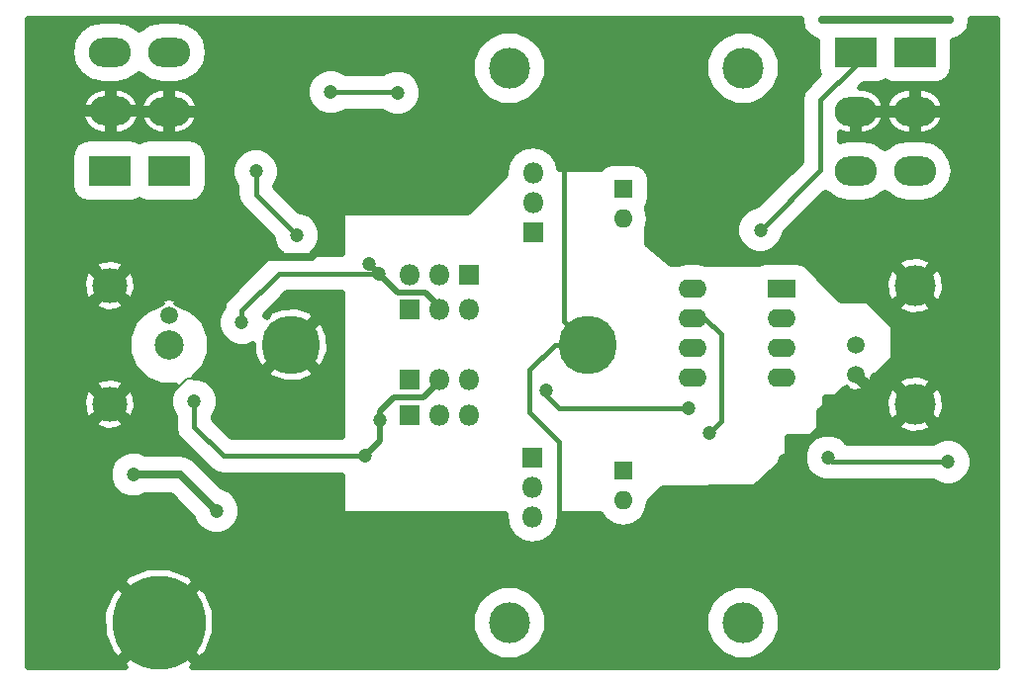
<source format=gbl>
G04 #@! TF.FileFunction,Copper,L4,Bot,Signal*
%FSLAX46Y46*%
G04 Gerber Fmt 4.6, Leading zero omitted, Abs format (unit mm)*
G04 Created by KiCad (PCBNEW 4.0.2-stable) date 29/12/2017 06:51:54*
%MOMM*%
G01*
G04 APERTURE LIST*
%ADD10C,0.100000*%
%ADD11C,5.000000*%
%ADD12C,2.500000*%
%ADD13C,1.500000*%
%ADD14C,3.000000*%
%ADD15R,2.400000X1.600000*%
%ADD16O,2.400000X1.600000*%
%ADD17C,3.500000*%
%ADD18O,3.600000X2.500000*%
%ADD19R,3.600000X2.500000*%
%ADD20R,1.800000X1.800000*%
%ADD21O,1.800000X1.800000*%
%ADD22C,8.000000*%
%ADD23R,1.600000X1.600000*%
%ADD24O,1.600000X1.600000*%
%ADD25C,1.200000*%
%ADD26C,0.700000*%
%ADD27C,0.400000*%
%ADD28C,0.180000*%
%ADD29C,0.500000*%
G04 APERTURE END LIST*
D10*
D11*
X126502000Y-92316000D03*
X151902000Y-92316000D03*
D12*
X116082000Y-92316000D03*
D13*
X116082000Y-89776000D03*
D14*
X111002000Y-87236000D03*
X111002000Y-97396000D03*
D15*
X168465500Y-87503000D03*
D16*
X160845500Y-95123000D03*
X168465500Y-90043000D03*
X160845500Y-92583000D03*
X168465500Y-92583000D03*
X160845500Y-90043000D03*
X168465500Y-95123000D03*
X160845500Y-87503000D03*
D13*
X174822000Y-92329000D03*
X174822000Y-94869000D03*
D17*
X179902000Y-97409000D03*
X179902000Y-87249000D03*
D18*
X179895500Y-77406500D03*
X179895500Y-72326500D03*
D19*
X179895500Y-67246500D03*
X174815500Y-67246500D03*
D18*
X174815500Y-72326500D03*
X174815500Y-77406500D03*
X110998000Y-67246000D03*
X111098000Y-72290000D03*
D19*
X110998000Y-77406000D03*
X116078000Y-77406000D03*
D18*
X116078000Y-72326000D03*
X116078000Y-67246000D03*
D20*
X136662000Y-89316000D03*
D21*
X139202000Y-89316000D03*
X141742000Y-89316000D03*
D20*
X136662000Y-95316000D03*
D21*
X139202000Y-95316000D03*
X141742000Y-95316000D03*
D22*
X115202000Y-116116000D03*
D17*
X165202000Y-68616000D03*
X145202000Y-68616000D03*
X165202000Y-116116000D03*
X145202000Y-116116000D03*
D20*
X141757400Y-86316000D03*
D21*
X139217400Y-86316000D03*
X136677400Y-86316000D03*
D20*
X136662000Y-98316000D03*
D21*
X139202000Y-98316000D03*
X141742000Y-98316000D03*
D20*
X147202000Y-82677000D03*
D21*
X147202000Y-80137000D03*
X147202000Y-77597000D03*
D20*
X147193000Y-101981000D03*
D21*
X147193000Y-104521000D03*
X147193000Y-107061000D03*
D23*
X154940000Y-78994000D03*
D24*
X154940000Y-81534000D03*
D23*
X154940000Y-103124000D03*
D24*
X154940000Y-105664000D03*
D25*
X158623000Y-84582000D03*
X126502000Y-99431000D03*
X132016500Y-79819500D03*
X129667000Y-81280000D03*
X135255000Y-77533500D03*
X127000000Y-77406500D03*
X130492500Y-67310000D03*
X132270500Y-74295000D03*
X169354500Y-83947000D03*
X163766500Y-83947000D03*
X173545500Y-87122000D03*
X172656500Y-98425000D03*
X168783000Y-102235000D03*
X164211000Y-104902000D03*
X154051000Y-110109000D03*
X135001000Y-107315000D03*
X132397500Y-109220000D03*
X129381250Y-105314750D03*
X129921000Y-70675500D03*
X135636000Y-70739000D03*
X127000000Y-82931000D03*
X123507500Y-77470000D03*
X113030000Y-103441500D03*
X120142000Y-106553000D03*
X148336000Y-96266000D03*
X160528000Y-97790000D03*
X172466000Y-101981000D03*
X182753000Y-102362000D03*
X162306000Y-99885500D03*
X166687500Y-82486500D03*
X122301000Y-90424000D03*
X133223000Y-85407500D03*
X134048500Y-86233000D03*
X118237000Y-97155000D03*
X132842000Y-101854000D03*
X134112000Y-98742500D03*
D26*
X171958000Y-64516000D02*
X182880000Y-64516000D01*
X111002000Y-87236000D02*
X111002000Y-87118000D01*
X111002000Y-87118000D02*
X113284000Y-84836000D01*
X128270000Y-84836000D02*
X129032000Y-84074000D01*
X113284000Y-84836000D02*
X128270000Y-84836000D01*
D27*
X152273000Y-77152500D02*
X150177500Y-77152500D01*
X150177500Y-77152500D02*
X149860000Y-77470000D01*
X149860000Y-77470000D02*
X149860000Y-90274000D01*
X149860000Y-90274000D02*
X151902000Y-92316000D01*
D28*
X113284000Y-95758000D02*
X112640000Y-95758000D01*
X112640000Y-95758000D02*
X111002000Y-97396000D01*
X114668000Y-97142000D02*
X113284000Y-95758000D01*
X114808000Y-97536000D02*
X114668000Y-97396000D01*
X114668000Y-97396000D02*
X114668000Y-97142000D01*
X115316000Y-97536000D02*
X114808000Y-97536000D01*
X117602000Y-95250000D02*
X115316000Y-97536000D01*
X123568000Y-95250000D02*
X117602000Y-95250000D01*
X126502000Y-92316000D02*
X123568000Y-95250000D01*
D26*
X126502000Y-99431000D02*
X126492000Y-99441000D01*
D27*
X129381250Y-105314750D02*
X129413000Y-105346500D01*
X151902000Y-92316000D02*
X149111000Y-92316000D01*
X149479000Y-100647500D02*
X149479000Y-106743500D01*
X146939000Y-98107500D02*
X149479000Y-100647500D01*
X146939000Y-94488000D02*
X146939000Y-98107500D01*
X149111000Y-92316000D02*
X146939000Y-94488000D01*
X135572500Y-70675500D02*
X129921000Y-70675500D01*
X135636000Y-70739000D02*
X135572500Y-70675500D01*
X127000000Y-82931000D02*
X123507500Y-79438500D01*
X123507500Y-79438500D02*
X123507500Y-77470000D01*
D26*
X117030500Y-103441500D02*
X113030000Y-103441500D01*
X120142000Y-106553000D02*
X117030500Y-103441500D01*
D27*
X153733500Y-97790000D02*
X149479000Y-97790000D01*
X149479000Y-97790000D02*
X148336000Y-96647000D01*
X148336000Y-96647000D02*
X148336000Y-96266000D01*
X160528000Y-97790000D02*
X153733500Y-97790000D01*
X172466000Y-101981000D02*
X172847000Y-102362000D01*
X172847000Y-102362000D02*
X182753000Y-102362000D01*
X162306000Y-99885500D02*
X163322000Y-98869500D01*
X163322000Y-98869500D02*
X163322000Y-91440000D01*
X163322000Y-91440000D02*
X161925000Y-90043000D01*
X161925000Y-90043000D02*
X160845500Y-90043000D01*
X174815500Y-67246500D02*
X174815500Y-68389500D01*
X174815500Y-68389500D02*
X171831000Y-71374000D01*
X171831000Y-77343000D02*
X166687500Y-82486500D01*
X171831000Y-71374000D02*
X171831000Y-77343000D01*
X122301000Y-90424000D02*
X122301000Y-89408000D01*
X125476000Y-86233000D02*
X134048500Y-86233000D01*
X122301000Y-89408000D02*
X125476000Y-86233000D01*
D29*
X134048500Y-86233000D02*
X133223000Y-85407500D01*
X139202000Y-89316000D02*
X139202000Y-89037000D01*
X139202000Y-89037000D02*
X137985500Y-87820500D01*
X135636000Y-87820500D02*
X134048500Y-86233000D01*
X137985500Y-87820500D02*
X135636000Y-87820500D01*
D27*
X118237000Y-97155000D02*
X118237000Y-99377500D01*
X120713500Y-101854000D02*
X132842000Y-101854000D01*
X118237000Y-99377500D02*
X120713500Y-101854000D01*
D29*
X134112000Y-98742500D02*
X134112000Y-100584000D01*
X134112000Y-100584000D02*
X132842000Y-101854000D01*
X139202000Y-95316000D02*
X139202000Y-95494000D01*
X139202000Y-95494000D02*
X137858500Y-96837500D01*
X134112000Y-98044000D02*
X134112000Y-98742500D01*
X135318500Y-96837500D02*
X134112000Y-98044000D01*
X137858500Y-96837500D02*
X135318500Y-96837500D01*
G36*
X170158000Y-64516000D02*
X170295017Y-65204830D01*
X170685208Y-65788792D01*
X171269170Y-66178983D01*
X171537093Y-66232276D01*
X171537093Y-68496500D01*
X171638200Y-69033838D01*
X171716315Y-69155233D01*
X170664274Y-70207274D01*
X170306599Y-70742572D01*
X170181000Y-71374000D01*
X170181000Y-76659547D01*
X166404296Y-80436252D01*
X166281519Y-80436145D01*
X165527785Y-80747581D01*
X164950608Y-81323752D01*
X164637857Y-82076941D01*
X164637145Y-82892481D01*
X164948581Y-83646215D01*
X165524752Y-84223392D01*
X166277941Y-84536143D01*
X167093481Y-84536855D01*
X167847215Y-84225419D01*
X168424392Y-83649248D01*
X168737143Y-82896059D01*
X168737253Y-82770199D01*
X172252236Y-79255217D01*
X172292641Y-79315688D01*
X173168584Y-79900975D01*
X174201829Y-80106500D01*
X175429171Y-80106500D01*
X176462416Y-79900975D01*
X177338359Y-79315688D01*
X177355500Y-79290035D01*
X177372641Y-79315688D01*
X178248584Y-79900975D01*
X179281829Y-80106500D01*
X180509171Y-80106500D01*
X181542416Y-79900975D01*
X182418359Y-79315688D01*
X183003646Y-78439745D01*
X183209171Y-77406500D01*
X183003646Y-76373255D01*
X182418359Y-75497312D01*
X181542416Y-74912025D01*
X180509171Y-74706500D01*
X179281829Y-74706500D01*
X178248584Y-74912025D01*
X177372641Y-75497312D01*
X177355500Y-75522965D01*
X177338359Y-75497312D01*
X176462416Y-74912025D01*
X175429171Y-74706500D01*
X174201829Y-74706500D01*
X173481000Y-74849882D01*
X173481000Y-74148954D01*
X174015500Y-74326500D01*
X174565500Y-74326500D01*
X174565500Y-72576500D01*
X175065500Y-72576500D01*
X175065500Y-74326500D01*
X175615500Y-74326500D01*
X176361837Y-74078588D01*
X176956490Y-73563937D01*
X177286274Y-72883837D01*
X177424726Y-72883837D01*
X177754510Y-73563937D01*
X178349163Y-74078588D01*
X179095500Y-74326500D01*
X179645500Y-74326500D01*
X179645500Y-72576500D01*
X180145500Y-72576500D01*
X180145500Y-74326500D01*
X180695500Y-74326500D01*
X181441837Y-74078588D01*
X182036490Y-73563937D01*
X182366274Y-72883837D01*
X182240676Y-72576500D01*
X180145500Y-72576500D01*
X179645500Y-72576500D01*
X177550324Y-72576500D01*
X177424726Y-72883837D01*
X177286274Y-72883837D01*
X177160676Y-72576500D01*
X175065500Y-72576500D01*
X174565500Y-72576500D01*
X174545500Y-72576500D01*
X174545500Y-72076500D01*
X174565500Y-72076500D01*
X174565500Y-72056500D01*
X175065500Y-72056500D01*
X175065500Y-72076500D01*
X177160676Y-72076500D01*
X177286274Y-71769163D01*
X177424726Y-71769163D01*
X177550324Y-72076500D01*
X179645500Y-72076500D01*
X179645500Y-70326500D01*
X180145500Y-70326500D01*
X180145500Y-72076500D01*
X182240676Y-72076500D01*
X182366274Y-71769163D01*
X182036490Y-71089063D01*
X181441837Y-70574412D01*
X180695500Y-70326500D01*
X180145500Y-70326500D01*
X179645500Y-70326500D01*
X179095500Y-70326500D01*
X178349163Y-70574412D01*
X177754510Y-71089063D01*
X177424726Y-71769163D01*
X177286274Y-71769163D01*
X176956490Y-71089063D01*
X176361837Y-70574412D01*
X175615500Y-70326500D01*
X175211952Y-70326500D01*
X175563545Y-69974907D01*
X176615500Y-69974907D01*
X177152838Y-69873800D01*
X177353673Y-69744566D01*
X177520317Y-69858429D01*
X178095500Y-69974907D01*
X181695500Y-69974907D01*
X182232838Y-69873800D01*
X182726350Y-69556234D01*
X183057429Y-69071683D01*
X183173907Y-68496500D01*
X183173907Y-66257538D01*
X183568830Y-66178983D01*
X184152792Y-65788792D01*
X184542983Y-65204830D01*
X184680000Y-64516000D01*
X184653942Y-64385000D01*
X186948000Y-64385000D01*
X186948000Y-119892000D01*
X118066438Y-119892000D01*
X118312450Y-119580004D01*
X115202000Y-116469553D01*
X112091550Y-119580004D01*
X112337562Y-119892000D01*
X103945500Y-119892000D01*
X103945500Y-115230010D01*
X110440673Y-115230010D01*
X110464054Y-117119533D01*
X111142161Y-118756629D01*
X111737996Y-119226450D01*
X114848447Y-116116000D01*
X115555553Y-116116000D01*
X118666004Y-119226450D01*
X119261839Y-118756629D01*
X119963327Y-117001990D01*
X119960206Y-116749727D01*
X142001445Y-116749727D01*
X142487590Y-117926286D01*
X143386979Y-118827246D01*
X144562688Y-119315444D01*
X145835727Y-119316555D01*
X147012286Y-118830410D01*
X147913246Y-117931021D01*
X148401444Y-116755312D01*
X148401448Y-116749727D01*
X162001445Y-116749727D01*
X162487590Y-117926286D01*
X163386979Y-118827246D01*
X164562688Y-119315444D01*
X165835727Y-119316555D01*
X167012286Y-118830410D01*
X167913246Y-117931021D01*
X168401444Y-116755312D01*
X168402555Y-115482273D01*
X167916410Y-114305714D01*
X167017021Y-113404754D01*
X165841312Y-112916556D01*
X164568273Y-112915445D01*
X163391714Y-113401590D01*
X162490754Y-114300979D01*
X162002556Y-115476688D01*
X162001445Y-116749727D01*
X148401448Y-116749727D01*
X148402555Y-115482273D01*
X147916410Y-114305714D01*
X147017021Y-113404754D01*
X145841312Y-112916556D01*
X144568273Y-112915445D01*
X143391714Y-113401590D01*
X142490754Y-114300979D01*
X142002556Y-115476688D01*
X142001445Y-116749727D01*
X119960206Y-116749727D01*
X119939946Y-115112467D01*
X119261839Y-113475371D01*
X118666004Y-113005550D01*
X115555553Y-116116000D01*
X114848447Y-116116000D01*
X111737996Y-113005550D01*
X111142161Y-113475371D01*
X110440673Y-115230010D01*
X103945500Y-115230010D01*
X103945500Y-112651996D01*
X112091550Y-112651996D01*
X115202000Y-115762447D01*
X118312450Y-112651996D01*
X117842629Y-112056161D01*
X116087990Y-111354673D01*
X114198467Y-111378054D01*
X112561371Y-112056161D01*
X112091550Y-112651996D01*
X103945500Y-112651996D01*
X103945500Y-103847481D01*
X110979645Y-103847481D01*
X111291081Y-104601215D01*
X111867252Y-105178392D01*
X112620441Y-105491143D01*
X113435981Y-105491855D01*
X114041887Y-105241500D01*
X116284916Y-105241500D01*
X118154488Y-107111073D01*
X118403081Y-107712715D01*
X118979252Y-108289892D01*
X119732441Y-108602643D01*
X120547981Y-108603355D01*
X121301715Y-108291919D01*
X121878892Y-107715748D01*
X122191643Y-106962559D01*
X122192355Y-106147019D01*
X121880919Y-105393285D01*
X121304748Y-104816108D01*
X120699281Y-104564697D01*
X118303292Y-102168708D01*
X117719330Y-101778517D01*
X117030500Y-101641500D01*
X114040767Y-101641500D01*
X113439559Y-101391857D01*
X112624019Y-101391145D01*
X111870285Y-101702581D01*
X111293108Y-102278752D01*
X110980357Y-103031941D01*
X110979645Y-103847481D01*
X103945500Y-103847481D01*
X103945500Y-99051827D01*
X109699726Y-99051827D01*
X109863859Y-99387843D01*
X110712740Y-99671771D01*
X111605658Y-99609234D01*
X112140141Y-99387843D01*
X112304274Y-99051827D01*
X111002000Y-97749553D01*
X109699726Y-99051827D01*
X103945500Y-99051827D01*
X103945500Y-97106740D01*
X108726229Y-97106740D01*
X108788766Y-97999658D01*
X109010157Y-98534141D01*
X109346173Y-98698274D01*
X110648447Y-97396000D01*
X111355553Y-97396000D01*
X112657827Y-98698274D01*
X112993843Y-98534141D01*
X113277771Y-97685260D01*
X113215234Y-96792342D01*
X112993843Y-96257859D01*
X112657827Y-96093726D01*
X111355553Y-97396000D01*
X110648447Y-97396000D01*
X109346173Y-96093726D01*
X109010157Y-96257859D01*
X108726229Y-97106740D01*
X103945500Y-97106740D01*
X103945500Y-95740173D01*
X109699726Y-95740173D01*
X111002000Y-97042447D01*
X112304274Y-95740173D01*
X112140141Y-95404157D01*
X111291260Y-95120229D01*
X110398342Y-95182766D01*
X109863859Y-95404157D01*
X109699726Y-95740173D01*
X103945500Y-95740173D01*
X103945500Y-93009139D01*
X112581394Y-93009139D01*
X113113114Y-94296001D01*
X114096821Y-95281425D01*
X115382753Y-95815391D01*
X116676147Y-95816520D01*
X116500108Y-95992252D01*
X116187357Y-96745441D01*
X116186645Y-97560981D01*
X116498081Y-98314715D01*
X116587000Y-98403789D01*
X116587000Y-99377500D01*
X116712599Y-100008928D01*
X117026953Y-100479392D01*
X117070274Y-100544226D01*
X119546774Y-103020726D01*
X120082072Y-103378401D01*
X120713500Y-103504000D01*
X130941000Y-103504000D01*
X130941000Y-106553000D01*
X130960696Y-106650264D01*
X131016682Y-106732202D01*
X131100136Y-106785903D01*
X131191000Y-106803000D01*
X144885162Y-106803000D01*
X144843000Y-107014961D01*
X144843000Y-107107039D01*
X145021883Y-108006345D01*
X145531299Y-108768740D01*
X146293694Y-109278156D01*
X147193000Y-109457039D01*
X148092306Y-109278156D01*
X148854701Y-108768740D01*
X149364117Y-108006345D01*
X149543000Y-107107039D01*
X149543000Y-107014961D01*
X149500838Y-106803000D01*
X153017546Y-106803000D01*
X153349010Y-107299070D01*
X154078962Y-107786809D01*
X154940000Y-107958080D01*
X155801038Y-107786809D01*
X156530990Y-107299070D01*
X157018729Y-106569118D01*
X157167287Y-105822267D01*
X158347219Y-104642335D01*
X166120032Y-104516967D01*
X166216965Y-104495705D01*
X166288414Y-104448034D01*
X168452519Y-102386981D01*
X170415645Y-102386981D01*
X170727081Y-103140715D01*
X171303252Y-103717892D01*
X172056441Y-104030643D01*
X172871981Y-104031355D01*
X172918824Y-104012000D01*
X181503511Y-104012000D01*
X181590252Y-104098892D01*
X182343441Y-104411643D01*
X183158981Y-104412355D01*
X183912715Y-104100919D01*
X184489892Y-103524748D01*
X184802643Y-102771559D01*
X184803355Y-101956019D01*
X184491919Y-101202285D01*
X183915748Y-100625108D01*
X183162559Y-100312357D01*
X182347019Y-100311645D01*
X181593285Y-100623081D01*
X181504211Y-100712000D01*
X174095824Y-100712000D01*
X173628748Y-100244108D01*
X172875559Y-99931357D01*
X172060019Y-99930645D01*
X171306285Y-100242081D01*
X170729108Y-100818252D01*
X170416357Y-101571441D01*
X170415645Y-102386981D01*
X168452519Y-102386981D01*
X168955414Y-101908034D01*
X169012263Y-101826693D01*
X169033000Y-101727000D01*
X169033000Y-100199000D01*
X170942000Y-100199000D01*
X171039264Y-100179304D01*
X171118777Y-100125777D01*
X171626777Y-99617777D01*
X171681625Y-99535073D01*
X171700000Y-99441000D01*
X171700000Y-99246210D01*
X178418344Y-99246210D01*
X178613226Y-99608171D01*
X179552914Y-99933962D01*
X180545748Y-99875351D01*
X181190774Y-99608171D01*
X181385656Y-99246210D01*
X179902000Y-97762553D01*
X178418344Y-99246210D01*
X171700000Y-99246210D01*
X171700000Y-98030442D01*
X172122626Y-97660644D01*
X172182855Y-97581772D01*
X172208000Y-97472500D01*
X172208000Y-97059914D01*
X177377038Y-97059914D01*
X177435649Y-98052748D01*
X177702829Y-98697774D01*
X178064790Y-98892656D01*
X179548447Y-97409000D01*
X180255553Y-97409000D01*
X181739210Y-98892656D01*
X182101171Y-98697774D01*
X182426962Y-97758086D01*
X182368351Y-96765252D01*
X182101171Y-96120226D01*
X181739210Y-95925344D01*
X180255553Y-97409000D01*
X179548447Y-97409000D01*
X178064790Y-95925344D01*
X177702829Y-96120226D01*
X177377038Y-97059914D01*
X172208000Y-97059914D01*
X172208000Y-96833500D01*
X173037500Y-96833500D01*
X173134764Y-96813804D01*
X173214277Y-96760277D01*
X173885801Y-96088754D01*
X173920802Y-96123755D01*
X174066533Y-95978024D01*
X174137395Y-96236604D01*
X174712867Y-96394488D01*
X175304953Y-96320131D01*
X175506605Y-96236604D01*
X175577468Y-95978021D01*
X174928541Y-95329094D01*
X175416119Y-95329519D01*
X175571762Y-95265209D01*
X175931021Y-95624468D01*
X176123245Y-95571790D01*
X178418344Y-95571790D01*
X179902000Y-97055447D01*
X181385656Y-95571790D01*
X181190774Y-95209829D01*
X180251086Y-94884038D01*
X179258252Y-94942649D01*
X178613226Y-95209829D01*
X178418344Y-95571790D01*
X176123245Y-95571790D01*
X176189604Y-95553605D01*
X176343684Y-94992000D01*
X176466500Y-94992000D01*
X176563764Y-94972304D01*
X176643277Y-94918777D01*
X177976777Y-93585277D01*
X178031625Y-93502573D01*
X178050000Y-93408500D01*
X178050000Y-90805000D01*
X178030304Y-90707736D01*
X177976777Y-90628223D01*
X176434764Y-89086210D01*
X178418344Y-89086210D01*
X178613226Y-89448171D01*
X179552914Y-89773962D01*
X180545748Y-89715351D01*
X181190774Y-89448171D01*
X181385656Y-89086210D01*
X179902000Y-87602553D01*
X178418344Y-89086210D01*
X176434764Y-89086210D01*
X175944777Y-88596223D01*
X175862073Y-88541375D01*
X175768000Y-88523000D01*
X173585554Y-88523000D01*
X172390310Y-87327756D01*
X171977222Y-86899914D01*
X177377038Y-86899914D01*
X177435649Y-87892748D01*
X177702829Y-88537774D01*
X178064790Y-88732656D01*
X179548447Y-87249000D01*
X180255553Y-87249000D01*
X181739210Y-88732656D01*
X182101171Y-88537774D01*
X182426962Y-87598086D01*
X182368351Y-86605252D01*
X182101171Y-85960226D01*
X181739210Y-85765344D01*
X180255553Y-87249000D01*
X179548447Y-87249000D01*
X178064790Y-85765344D01*
X177702829Y-85960226D01*
X177377038Y-86899914D01*
X171977222Y-86899914D01*
X170613850Y-85487851D01*
X170532122Y-85431561D01*
X170435419Y-85411790D01*
X178418344Y-85411790D01*
X179902000Y-86895447D01*
X181385656Y-85411790D01*
X181190774Y-85049829D01*
X180251086Y-84724038D01*
X179258252Y-84782649D01*
X178613226Y-85049829D01*
X178418344Y-85411790D01*
X170435419Y-85411790D01*
X170434000Y-85411500D01*
X170343759Y-85411500D01*
X170240683Y-85341071D01*
X169665500Y-85224593D01*
X167265500Y-85224593D01*
X166728162Y-85325700D01*
X166594825Y-85411500D01*
X162094251Y-85411500D01*
X161297417Y-85253000D01*
X160393583Y-85253000D01*
X159596749Y-85411500D01*
X158969136Y-85411500D01*
X156968000Y-83704649D01*
X156968000Y-82515039D01*
X157018729Y-82439118D01*
X157190000Y-81578080D01*
X157190000Y-81489920D01*
X157018729Y-80628882D01*
X156972133Y-80559146D01*
X157101929Y-80369183D01*
X157218407Y-79794000D01*
X157218407Y-78194000D01*
X157117300Y-77656662D01*
X156799734Y-77163150D01*
X156315183Y-76832071D01*
X155740000Y-76715593D01*
X154140000Y-76715593D01*
X153602662Y-76816700D01*
X153109150Y-77134266D01*
X153050571Y-77220000D01*
X149486168Y-77220000D01*
X149373117Y-76651655D01*
X148863701Y-75889260D01*
X148101306Y-75379844D01*
X147202000Y-75200961D01*
X146302694Y-75379844D01*
X145540299Y-75889260D01*
X145030883Y-76651655D01*
X144852000Y-77550961D01*
X144852000Y-77643039D01*
X144877761Y-77772549D01*
X141629675Y-80966500D01*
X131191000Y-80966500D01*
X131093736Y-80986196D01*
X131011798Y-81042182D01*
X130958097Y-81125636D01*
X130941000Y-81216500D01*
X130941000Y-84583000D01*
X128246786Y-84583000D01*
X128736892Y-84093748D01*
X129049643Y-83340559D01*
X129050355Y-82525019D01*
X128738919Y-81771285D01*
X128162748Y-81194108D01*
X127409559Y-80881357D01*
X127283699Y-80881247D01*
X125157500Y-78755048D01*
X125157500Y-78719489D01*
X125244392Y-78632748D01*
X125557143Y-77879559D01*
X125557855Y-77064019D01*
X125246419Y-76310285D01*
X124670248Y-75733108D01*
X123917059Y-75420357D01*
X123101519Y-75419645D01*
X122347785Y-75731081D01*
X121770608Y-76307252D01*
X121457857Y-77060441D01*
X121457145Y-77875981D01*
X121768581Y-78629715D01*
X121857500Y-78718789D01*
X121857500Y-79438500D01*
X121983099Y-80069928D01*
X122340774Y-80605226D01*
X124949752Y-83214204D01*
X124949645Y-83336981D01*
X125261081Y-84090715D01*
X125752508Y-84583000D01*
X125476000Y-84583000D01*
X124844572Y-84708599D01*
X124406187Y-85001519D01*
X124309274Y-85066274D01*
X121134274Y-88241274D01*
X120776599Y-88776572D01*
X120708951Y-89116662D01*
X120564108Y-89261252D01*
X120251357Y-90014441D01*
X120250645Y-90829981D01*
X120562081Y-91583715D01*
X121138252Y-92160892D01*
X121891441Y-92473643D01*
X122706981Y-92474355D01*
X123247508Y-92251014D01*
X123277562Y-93079817D01*
X123681878Y-94055922D01*
X124121766Y-94342680D01*
X126148447Y-92316000D01*
X126855553Y-92316000D01*
X128882234Y-94342680D01*
X129322122Y-94055922D01*
X129773292Y-92844264D01*
X129726438Y-91552183D01*
X129322122Y-90576078D01*
X128882234Y-90289320D01*
X126855553Y-92316000D01*
X126148447Y-92316000D01*
X126134304Y-92301858D01*
X126487858Y-91948304D01*
X126502000Y-91962447D01*
X128528680Y-89935766D01*
X128241922Y-89495878D01*
X127030264Y-89044708D01*
X125738183Y-89091562D01*
X124762078Y-89495878D01*
X124475321Y-89935765D01*
X124339122Y-89799566D01*
X124283907Y-89854781D01*
X124255769Y-89786683D01*
X126159452Y-87883000D01*
X130941000Y-87883000D01*
X130941000Y-100204000D01*
X121396952Y-100204000D01*
X119887000Y-98694048D01*
X119887000Y-98404489D01*
X119973892Y-98317748D01*
X120286643Y-97564559D01*
X120287355Y-96749019D01*
X119975919Y-95995285D01*
X119399748Y-95418108D01*
X118646559Y-95105357D01*
X118242197Y-95105004D01*
X118651680Y-94696234D01*
X124475320Y-94696234D01*
X124762078Y-95136122D01*
X125973736Y-95587292D01*
X127265817Y-95540438D01*
X128241922Y-95136122D01*
X128528680Y-94696234D01*
X126502000Y-92669553D01*
X124475320Y-94696234D01*
X118651680Y-94696234D01*
X119047425Y-94301179D01*
X119581391Y-93015247D01*
X119582606Y-91622861D01*
X119050886Y-90335999D01*
X118067179Y-89350575D01*
X117450975Y-89094704D01*
X117449604Y-89091395D01*
X117430196Y-89086076D01*
X116781247Y-88816609D01*
X116687919Y-88816528D01*
X116837468Y-88666979D01*
X116766605Y-88408396D01*
X116191133Y-88250512D01*
X115599047Y-88324869D01*
X115397395Y-88408396D01*
X115326532Y-88666979D01*
X115475022Y-88815469D01*
X115388861Y-88815394D01*
X114733670Y-89086113D01*
X114714396Y-89091395D01*
X114713566Y-89094420D01*
X114101999Y-89347114D01*
X113116575Y-90330821D01*
X112582609Y-91616753D01*
X112581394Y-93009139D01*
X103945500Y-93009139D01*
X103945500Y-88891827D01*
X109699726Y-88891827D01*
X109863859Y-89227843D01*
X110712740Y-89511771D01*
X111605658Y-89449234D01*
X112140141Y-89227843D01*
X112304274Y-88891827D01*
X111002000Y-87589553D01*
X109699726Y-88891827D01*
X103945500Y-88891827D01*
X103945500Y-86946740D01*
X108726229Y-86946740D01*
X108788766Y-87839658D01*
X109010157Y-88374141D01*
X109346173Y-88538274D01*
X110648447Y-87236000D01*
X111355553Y-87236000D01*
X112657827Y-88538274D01*
X112993843Y-88374141D01*
X113277771Y-87525260D01*
X113215234Y-86632342D01*
X112993843Y-86097859D01*
X112657827Y-85933726D01*
X111355553Y-87236000D01*
X110648447Y-87236000D01*
X109346173Y-85933726D01*
X109010157Y-86097859D01*
X108726229Y-86946740D01*
X103945500Y-86946740D01*
X103945500Y-85580173D01*
X109699726Y-85580173D01*
X111002000Y-86882447D01*
X112304274Y-85580173D01*
X112140141Y-85244157D01*
X111291260Y-84960229D01*
X110398342Y-85022766D01*
X109863859Y-85244157D01*
X109699726Y-85580173D01*
X103945500Y-85580173D01*
X103945500Y-76156000D01*
X107719593Y-76156000D01*
X107719593Y-78656000D01*
X107820700Y-79193338D01*
X108138266Y-79686850D01*
X108622817Y-80017929D01*
X109198000Y-80134407D01*
X112798000Y-80134407D01*
X113335338Y-80033300D01*
X113536173Y-79904066D01*
X113702817Y-80017929D01*
X114278000Y-80134407D01*
X117878000Y-80134407D01*
X118415338Y-80033300D01*
X118908850Y-79715734D01*
X119239929Y-79231183D01*
X119356407Y-78656000D01*
X119356407Y-76156000D01*
X119255300Y-75618662D01*
X118937734Y-75125150D01*
X118453183Y-74794071D01*
X117878000Y-74677593D01*
X114278000Y-74677593D01*
X113740662Y-74778700D01*
X113539827Y-74907934D01*
X113373183Y-74794071D01*
X112798000Y-74677593D01*
X109198000Y-74677593D01*
X108660662Y-74778700D01*
X108167150Y-75096266D01*
X107836071Y-75580817D01*
X107719593Y-76156000D01*
X103945500Y-76156000D01*
X103945500Y-72847337D01*
X108627226Y-72847337D01*
X108957010Y-73527437D01*
X109551663Y-74042088D01*
X110298000Y-74290000D01*
X110848000Y-74290000D01*
X110848000Y-72540000D01*
X111348000Y-72540000D01*
X111348000Y-74290000D01*
X111898000Y-74290000D01*
X112644337Y-74042088D01*
X113238990Y-73527437D01*
X113551317Y-72883337D01*
X113607226Y-72883337D01*
X113937010Y-73563437D01*
X114531663Y-74078088D01*
X115278000Y-74326000D01*
X115828000Y-74326000D01*
X115828000Y-72576000D01*
X116328000Y-72576000D01*
X116328000Y-74326000D01*
X116878000Y-74326000D01*
X117624337Y-74078088D01*
X118218990Y-73563437D01*
X118548774Y-72883337D01*
X118423176Y-72576000D01*
X116328000Y-72576000D01*
X115828000Y-72576000D01*
X113732824Y-72576000D01*
X113607226Y-72883337D01*
X113551317Y-72883337D01*
X113568774Y-72847337D01*
X113443176Y-72540000D01*
X111348000Y-72540000D01*
X110848000Y-72540000D01*
X108752824Y-72540000D01*
X108627226Y-72847337D01*
X103945500Y-72847337D01*
X103945500Y-71732663D01*
X108627226Y-71732663D01*
X108752824Y-72040000D01*
X110848000Y-72040000D01*
X110848000Y-70290000D01*
X111348000Y-70290000D01*
X111348000Y-72040000D01*
X113443176Y-72040000D01*
X113554062Y-71768663D01*
X113607226Y-71768663D01*
X113732824Y-72076000D01*
X115828000Y-72076000D01*
X115828000Y-70326000D01*
X116328000Y-70326000D01*
X116328000Y-72076000D01*
X118423176Y-72076000D01*
X118548774Y-71768663D01*
X118218990Y-71088563D01*
X118210808Y-71081481D01*
X127870645Y-71081481D01*
X128182081Y-71835215D01*
X128758252Y-72412392D01*
X129511441Y-72725143D01*
X130326981Y-72725855D01*
X131080715Y-72414419D01*
X131169789Y-72325500D01*
X134323122Y-72325500D01*
X134473252Y-72475892D01*
X135226441Y-72788643D01*
X136041981Y-72789355D01*
X136795715Y-72477919D01*
X137372892Y-71901748D01*
X137685643Y-71148559D01*
X137686355Y-70333019D01*
X137374919Y-69579285D01*
X137045936Y-69249727D01*
X142001445Y-69249727D01*
X142487590Y-70426286D01*
X143386979Y-71327246D01*
X144562688Y-71815444D01*
X145835727Y-71816555D01*
X147012286Y-71330410D01*
X147913246Y-70431021D01*
X148401444Y-69255312D01*
X148401448Y-69249727D01*
X162001445Y-69249727D01*
X162487590Y-70426286D01*
X163386979Y-71327246D01*
X164562688Y-71815444D01*
X165835727Y-71816555D01*
X167012286Y-71330410D01*
X167913246Y-70431021D01*
X168401444Y-69255312D01*
X168402555Y-67982273D01*
X167916410Y-66805714D01*
X167017021Y-65904754D01*
X165841312Y-65416556D01*
X164568273Y-65415445D01*
X163391714Y-65901590D01*
X162490754Y-66800979D01*
X162002556Y-67976688D01*
X162001445Y-69249727D01*
X148401448Y-69249727D01*
X148402555Y-67982273D01*
X147916410Y-66805714D01*
X147017021Y-65904754D01*
X145841312Y-65416556D01*
X144568273Y-65415445D01*
X143391714Y-65901590D01*
X142490754Y-66800979D01*
X142002556Y-67976688D01*
X142001445Y-69249727D01*
X137045936Y-69249727D01*
X136798748Y-69002108D01*
X136045559Y-68689357D01*
X135230019Y-68688645D01*
X134476285Y-69000081D01*
X134450822Y-69025500D01*
X131170489Y-69025500D01*
X131083748Y-68938608D01*
X130330559Y-68625857D01*
X129515019Y-68625145D01*
X128761285Y-68936581D01*
X128184108Y-69512752D01*
X127871357Y-70265941D01*
X127870645Y-71081481D01*
X118210808Y-71081481D01*
X117624337Y-70573912D01*
X116878000Y-70326000D01*
X116328000Y-70326000D01*
X115828000Y-70326000D01*
X115278000Y-70326000D01*
X114531663Y-70573912D01*
X113937010Y-71088563D01*
X113607226Y-71768663D01*
X113554062Y-71768663D01*
X113568774Y-71732663D01*
X113238990Y-71052563D01*
X112644337Y-70537912D01*
X111898000Y-70290000D01*
X111348000Y-70290000D01*
X110848000Y-70290000D01*
X110298000Y-70290000D01*
X109551663Y-70537912D01*
X108957010Y-71052563D01*
X108627226Y-71732663D01*
X103945500Y-71732663D01*
X103945500Y-67246000D01*
X107684329Y-67246000D01*
X107889854Y-68279245D01*
X108475141Y-69155188D01*
X109351084Y-69740475D01*
X110384329Y-69946000D01*
X111611671Y-69946000D01*
X112644916Y-69740475D01*
X113520859Y-69155188D01*
X113538000Y-69129535D01*
X113555141Y-69155188D01*
X114431084Y-69740475D01*
X115464329Y-69946000D01*
X116691671Y-69946000D01*
X117724916Y-69740475D01*
X118600859Y-69155188D01*
X119186146Y-68279245D01*
X119391671Y-67246000D01*
X119186146Y-66212755D01*
X118600859Y-65336812D01*
X117724916Y-64751525D01*
X116691671Y-64546000D01*
X115464329Y-64546000D01*
X114431084Y-64751525D01*
X113555141Y-65336812D01*
X113538000Y-65362465D01*
X113520859Y-65336812D01*
X112644916Y-64751525D01*
X111611671Y-64546000D01*
X110384329Y-64546000D01*
X109351084Y-64751525D01*
X108475141Y-65336812D01*
X107889854Y-66212755D01*
X107684329Y-67246000D01*
X103945500Y-67246000D01*
X103945500Y-64385000D01*
X170184058Y-64385000D01*
X170158000Y-64516000D01*
X170158000Y-64516000D01*
G37*
X170158000Y-64516000D02*
X170295017Y-65204830D01*
X170685208Y-65788792D01*
X171269170Y-66178983D01*
X171537093Y-66232276D01*
X171537093Y-68496500D01*
X171638200Y-69033838D01*
X171716315Y-69155233D01*
X170664274Y-70207274D01*
X170306599Y-70742572D01*
X170181000Y-71374000D01*
X170181000Y-76659547D01*
X166404296Y-80436252D01*
X166281519Y-80436145D01*
X165527785Y-80747581D01*
X164950608Y-81323752D01*
X164637857Y-82076941D01*
X164637145Y-82892481D01*
X164948581Y-83646215D01*
X165524752Y-84223392D01*
X166277941Y-84536143D01*
X167093481Y-84536855D01*
X167847215Y-84225419D01*
X168424392Y-83649248D01*
X168737143Y-82896059D01*
X168737253Y-82770199D01*
X172252236Y-79255217D01*
X172292641Y-79315688D01*
X173168584Y-79900975D01*
X174201829Y-80106500D01*
X175429171Y-80106500D01*
X176462416Y-79900975D01*
X177338359Y-79315688D01*
X177355500Y-79290035D01*
X177372641Y-79315688D01*
X178248584Y-79900975D01*
X179281829Y-80106500D01*
X180509171Y-80106500D01*
X181542416Y-79900975D01*
X182418359Y-79315688D01*
X183003646Y-78439745D01*
X183209171Y-77406500D01*
X183003646Y-76373255D01*
X182418359Y-75497312D01*
X181542416Y-74912025D01*
X180509171Y-74706500D01*
X179281829Y-74706500D01*
X178248584Y-74912025D01*
X177372641Y-75497312D01*
X177355500Y-75522965D01*
X177338359Y-75497312D01*
X176462416Y-74912025D01*
X175429171Y-74706500D01*
X174201829Y-74706500D01*
X173481000Y-74849882D01*
X173481000Y-74148954D01*
X174015500Y-74326500D01*
X174565500Y-74326500D01*
X174565500Y-72576500D01*
X175065500Y-72576500D01*
X175065500Y-74326500D01*
X175615500Y-74326500D01*
X176361837Y-74078588D01*
X176956490Y-73563937D01*
X177286274Y-72883837D01*
X177424726Y-72883837D01*
X177754510Y-73563937D01*
X178349163Y-74078588D01*
X179095500Y-74326500D01*
X179645500Y-74326500D01*
X179645500Y-72576500D01*
X180145500Y-72576500D01*
X180145500Y-74326500D01*
X180695500Y-74326500D01*
X181441837Y-74078588D01*
X182036490Y-73563937D01*
X182366274Y-72883837D01*
X182240676Y-72576500D01*
X180145500Y-72576500D01*
X179645500Y-72576500D01*
X177550324Y-72576500D01*
X177424726Y-72883837D01*
X177286274Y-72883837D01*
X177160676Y-72576500D01*
X175065500Y-72576500D01*
X174565500Y-72576500D01*
X174545500Y-72576500D01*
X174545500Y-72076500D01*
X174565500Y-72076500D01*
X174565500Y-72056500D01*
X175065500Y-72056500D01*
X175065500Y-72076500D01*
X177160676Y-72076500D01*
X177286274Y-71769163D01*
X177424726Y-71769163D01*
X177550324Y-72076500D01*
X179645500Y-72076500D01*
X179645500Y-70326500D01*
X180145500Y-70326500D01*
X180145500Y-72076500D01*
X182240676Y-72076500D01*
X182366274Y-71769163D01*
X182036490Y-71089063D01*
X181441837Y-70574412D01*
X180695500Y-70326500D01*
X180145500Y-70326500D01*
X179645500Y-70326500D01*
X179095500Y-70326500D01*
X178349163Y-70574412D01*
X177754510Y-71089063D01*
X177424726Y-71769163D01*
X177286274Y-71769163D01*
X176956490Y-71089063D01*
X176361837Y-70574412D01*
X175615500Y-70326500D01*
X175211952Y-70326500D01*
X175563545Y-69974907D01*
X176615500Y-69974907D01*
X177152838Y-69873800D01*
X177353673Y-69744566D01*
X177520317Y-69858429D01*
X178095500Y-69974907D01*
X181695500Y-69974907D01*
X182232838Y-69873800D01*
X182726350Y-69556234D01*
X183057429Y-69071683D01*
X183173907Y-68496500D01*
X183173907Y-66257538D01*
X183568830Y-66178983D01*
X184152792Y-65788792D01*
X184542983Y-65204830D01*
X184680000Y-64516000D01*
X184653942Y-64385000D01*
X186948000Y-64385000D01*
X186948000Y-119892000D01*
X118066438Y-119892000D01*
X118312450Y-119580004D01*
X115202000Y-116469553D01*
X112091550Y-119580004D01*
X112337562Y-119892000D01*
X103945500Y-119892000D01*
X103945500Y-115230010D01*
X110440673Y-115230010D01*
X110464054Y-117119533D01*
X111142161Y-118756629D01*
X111737996Y-119226450D01*
X114848447Y-116116000D01*
X115555553Y-116116000D01*
X118666004Y-119226450D01*
X119261839Y-118756629D01*
X119963327Y-117001990D01*
X119960206Y-116749727D01*
X142001445Y-116749727D01*
X142487590Y-117926286D01*
X143386979Y-118827246D01*
X144562688Y-119315444D01*
X145835727Y-119316555D01*
X147012286Y-118830410D01*
X147913246Y-117931021D01*
X148401444Y-116755312D01*
X148401448Y-116749727D01*
X162001445Y-116749727D01*
X162487590Y-117926286D01*
X163386979Y-118827246D01*
X164562688Y-119315444D01*
X165835727Y-119316555D01*
X167012286Y-118830410D01*
X167913246Y-117931021D01*
X168401444Y-116755312D01*
X168402555Y-115482273D01*
X167916410Y-114305714D01*
X167017021Y-113404754D01*
X165841312Y-112916556D01*
X164568273Y-112915445D01*
X163391714Y-113401590D01*
X162490754Y-114300979D01*
X162002556Y-115476688D01*
X162001445Y-116749727D01*
X148401448Y-116749727D01*
X148402555Y-115482273D01*
X147916410Y-114305714D01*
X147017021Y-113404754D01*
X145841312Y-112916556D01*
X144568273Y-112915445D01*
X143391714Y-113401590D01*
X142490754Y-114300979D01*
X142002556Y-115476688D01*
X142001445Y-116749727D01*
X119960206Y-116749727D01*
X119939946Y-115112467D01*
X119261839Y-113475371D01*
X118666004Y-113005550D01*
X115555553Y-116116000D01*
X114848447Y-116116000D01*
X111737996Y-113005550D01*
X111142161Y-113475371D01*
X110440673Y-115230010D01*
X103945500Y-115230010D01*
X103945500Y-112651996D01*
X112091550Y-112651996D01*
X115202000Y-115762447D01*
X118312450Y-112651996D01*
X117842629Y-112056161D01*
X116087990Y-111354673D01*
X114198467Y-111378054D01*
X112561371Y-112056161D01*
X112091550Y-112651996D01*
X103945500Y-112651996D01*
X103945500Y-103847481D01*
X110979645Y-103847481D01*
X111291081Y-104601215D01*
X111867252Y-105178392D01*
X112620441Y-105491143D01*
X113435981Y-105491855D01*
X114041887Y-105241500D01*
X116284916Y-105241500D01*
X118154488Y-107111073D01*
X118403081Y-107712715D01*
X118979252Y-108289892D01*
X119732441Y-108602643D01*
X120547981Y-108603355D01*
X121301715Y-108291919D01*
X121878892Y-107715748D01*
X122191643Y-106962559D01*
X122192355Y-106147019D01*
X121880919Y-105393285D01*
X121304748Y-104816108D01*
X120699281Y-104564697D01*
X118303292Y-102168708D01*
X117719330Y-101778517D01*
X117030500Y-101641500D01*
X114040767Y-101641500D01*
X113439559Y-101391857D01*
X112624019Y-101391145D01*
X111870285Y-101702581D01*
X111293108Y-102278752D01*
X110980357Y-103031941D01*
X110979645Y-103847481D01*
X103945500Y-103847481D01*
X103945500Y-99051827D01*
X109699726Y-99051827D01*
X109863859Y-99387843D01*
X110712740Y-99671771D01*
X111605658Y-99609234D01*
X112140141Y-99387843D01*
X112304274Y-99051827D01*
X111002000Y-97749553D01*
X109699726Y-99051827D01*
X103945500Y-99051827D01*
X103945500Y-97106740D01*
X108726229Y-97106740D01*
X108788766Y-97999658D01*
X109010157Y-98534141D01*
X109346173Y-98698274D01*
X110648447Y-97396000D01*
X111355553Y-97396000D01*
X112657827Y-98698274D01*
X112993843Y-98534141D01*
X113277771Y-97685260D01*
X113215234Y-96792342D01*
X112993843Y-96257859D01*
X112657827Y-96093726D01*
X111355553Y-97396000D01*
X110648447Y-97396000D01*
X109346173Y-96093726D01*
X109010157Y-96257859D01*
X108726229Y-97106740D01*
X103945500Y-97106740D01*
X103945500Y-95740173D01*
X109699726Y-95740173D01*
X111002000Y-97042447D01*
X112304274Y-95740173D01*
X112140141Y-95404157D01*
X111291260Y-95120229D01*
X110398342Y-95182766D01*
X109863859Y-95404157D01*
X109699726Y-95740173D01*
X103945500Y-95740173D01*
X103945500Y-93009139D01*
X112581394Y-93009139D01*
X113113114Y-94296001D01*
X114096821Y-95281425D01*
X115382753Y-95815391D01*
X116676147Y-95816520D01*
X116500108Y-95992252D01*
X116187357Y-96745441D01*
X116186645Y-97560981D01*
X116498081Y-98314715D01*
X116587000Y-98403789D01*
X116587000Y-99377500D01*
X116712599Y-100008928D01*
X117026953Y-100479392D01*
X117070274Y-100544226D01*
X119546774Y-103020726D01*
X120082072Y-103378401D01*
X120713500Y-103504000D01*
X130941000Y-103504000D01*
X130941000Y-106553000D01*
X130960696Y-106650264D01*
X131016682Y-106732202D01*
X131100136Y-106785903D01*
X131191000Y-106803000D01*
X144885162Y-106803000D01*
X144843000Y-107014961D01*
X144843000Y-107107039D01*
X145021883Y-108006345D01*
X145531299Y-108768740D01*
X146293694Y-109278156D01*
X147193000Y-109457039D01*
X148092306Y-109278156D01*
X148854701Y-108768740D01*
X149364117Y-108006345D01*
X149543000Y-107107039D01*
X149543000Y-107014961D01*
X149500838Y-106803000D01*
X153017546Y-106803000D01*
X153349010Y-107299070D01*
X154078962Y-107786809D01*
X154940000Y-107958080D01*
X155801038Y-107786809D01*
X156530990Y-107299070D01*
X157018729Y-106569118D01*
X157167287Y-105822267D01*
X158347219Y-104642335D01*
X166120032Y-104516967D01*
X166216965Y-104495705D01*
X166288414Y-104448034D01*
X168452519Y-102386981D01*
X170415645Y-102386981D01*
X170727081Y-103140715D01*
X171303252Y-103717892D01*
X172056441Y-104030643D01*
X172871981Y-104031355D01*
X172918824Y-104012000D01*
X181503511Y-104012000D01*
X181590252Y-104098892D01*
X182343441Y-104411643D01*
X183158981Y-104412355D01*
X183912715Y-104100919D01*
X184489892Y-103524748D01*
X184802643Y-102771559D01*
X184803355Y-101956019D01*
X184491919Y-101202285D01*
X183915748Y-100625108D01*
X183162559Y-100312357D01*
X182347019Y-100311645D01*
X181593285Y-100623081D01*
X181504211Y-100712000D01*
X174095824Y-100712000D01*
X173628748Y-100244108D01*
X172875559Y-99931357D01*
X172060019Y-99930645D01*
X171306285Y-100242081D01*
X170729108Y-100818252D01*
X170416357Y-101571441D01*
X170415645Y-102386981D01*
X168452519Y-102386981D01*
X168955414Y-101908034D01*
X169012263Y-101826693D01*
X169033000Y-101727000D01*
X169033000Y-100199000D01*
X170942000Y-100199000D01*
X171039264Y-100179304D01*
X171118777Y-100125777D01*
X171626777Y-99617777D01*
X171681625Y-99535073D01*
X171700000Y-99441000D01*
X171700000Y-99246210D01*
X178418344Y-99246210D01*
X178613226Y-99608171D01*
X179552914Y-99933962D01*
X180545748Y-99875351D01*
X181190774Y-99608171D01*
X181385656Y-99246210D01*
X179902000Y-97762553D01*
X178418344Y-99246210D01*
X171700000Y-99246210D01*
X171700000Y-98030442D01*
X172122626Y-97660644D01*
X172182855Y-97581772D01*
X172208000Y-97472500D01*
X172208000Y-97059914D01*
X177377038Y-97059914D01*
X177435649Y-98052748D01*
X177702829Y-98697774D01*
X178064790Y-98892656D01*
X179548447Y-97409000D01*
X180255553Y-97409000D01*
X181739210Y-98892656D01*
X182101171Y-98697774D01*
X182426962Y-97758086D01*
X182368351Y-96765252D01*
X182101171Y-96120226D01*
X181739210Y-95925344D01*
X180255553Y-97409000D01*
X179548447Y-97409000D01*
X178064790Y-95925344D01*
X177702829Y-96120226D01*
X177377038Y-97059914D01*
X172208000Y-97059914D01*
X172208000Y-96833500D01*
X173037500Y-96833500D01*
X173134764Y-96813804D01*
X173214277Y-96760277D01*
X173885801Y-96088754D01*
X173920802Y-96123755D01*
X174066533Y-95978024D01*
X174137395Y-96236604D01*
X174712867Y-96394488D01*
X175304953Y-96320131D01*
X175506605Y-96236604D01*
X175577468Y-95978021D01*
X174928541Y-95329094D01*
X175416119Y-95329519D01*
X175571762Y-95265209D01*
X175931021Y-95624468D01*
X176123245Y-95571790D01*
X178418344Y-95571790D01*
X179902000Y-97055447D01*
X181385656Y-95571790D01*
X181190774Y-95209829D01*
X180251086Y-94884038D01*
X179258252Y-94942649D01*
X178613226Y-95209829D01*
X178418344Y-95571790D01*
X176123245Y-95571790D01*
X176189604Y-95553605D01*
X176343684Y-94992000D01*
X176466500Y-94992000D01*
X176563764Y-94972304D01*
X176643277Y-94918777D01*
X177976777Y-93585277D01*
X178031625Y-93502573D01*
X178050000Y-93408500D01*
X178050000Y-90805000D01*
X178030304Y-90707736D01*
X177976777Y-90628223D01*
X176434764Y-89086210D01*
X178418344Y-89086210D01*
X178613226Y-89448171D01*
X179552914Y-89773962D01*
X180545748Y-89715351D01*
X181190774Y-89448171D01*
X181385656Y-89086210D01*
X179902000Y-87602553D01*
X178418344Y-89086210D01*
X176434764Y-89086210D01*
X175944777Y-88596223D01*
X175862073Y-88541375D01*
X175768000Y-88523000D01*
X173585554Y-88523000D01*
X172390310Y-87327756D01*
X171977222Y-86899914D01*
X177377038Y-86899914D01*
X177435649Y-87892748D01*
X177702829Y-88537774D01*
X178064790Y-88732656D01*
X179548447Y-87249000D01*
X180255553Y-87249000D01*
X181739210Y-88732656D01*
X182101171Y-88537774D01*
X182426962Y-87598086D01*
X182368351Y-86605252D01*
X182101171Y-85960226D01*
X181739210Y-85765344D01*
X180255553Y-87249000D01*
X179548447Y-87249000D01*
X178064790Y-85765344D01*
X177702829Y-85960226D01*
X177377038Y-86899914D01*
X171977222Y-86899914D01*
X170613850Y-85487851D01*
X170532122Y-85431561D01*
X170435419Y-85411790D01*
X178418344Y-85411790D01*
X179902000Y-86895447D01*
X181385656Y-85411790D01*
X181190774Y-85049829D01*
X180251086Y-84724038D01*
X179258252Y-84782649D01*
X178613226Y-85049829D01*
X178418344Y-85411790D01*
X170435419Y-85411790D01*
X170434000Y-85411500D01*
X170343759Y-85411500D01*
X170240683Y-85341071D01*
X169665500Y-85224593D01*
X167265500Y-85224593D01*
X166728162Y-85325700D01*
X166594825Y-85411500D01*
X162094251Y-85411500D01*
X161297417Y-85253000D01*
X160393583Y-85253000D01*
X159596749Y-85411500D01*
X158969136Y-85411500D01*
X156968000Y-83704649D01*
X156968000Y-82515039D01*
X157018729Y-82439118D01*
X157190000Y-81578080D01*
X157190000Y-81489920D01*
X157018729Y-80628882D01*
X156972133Y-80559146D01*
X157101929Y-80369183D01*
X157218407Y-79794000D01*
X157218407Y-78194000D01*
X157117300Y-77656662D01*
X156799734Y-77163150D01*
X156315183Y-76832071D01*
X155740000Y-76715593D01*
X154140000Y-76715593D01*
X153602662Y-76816700D01*
X153109150Y-77134266D01*
X153050571Y-77220000D01*
X149486168Y-77220000D01*
X149373117Y-76651655D01*
X148863701Y-75889260D01*
X148101306Y-75379844D01*
X147202000Y-75200961D01*
X146302694Y-75379844D01*
X145540299Y-75889260D01*
X145030883Y-76651655D01*
X144852000Y-77550961D01*
X144852000Y-77643039D01*
X144877761Y-77772549D01*
X141629675Y-80966500D01*
X131191000Y-80966500D01*
X131093736Y-80986196D01*
X131011798Y-81042182D01*
X130958097Y-81125636D01*
X130941000Y-81216500D01*
X130941000Y-84583000D01*
X128246786Y-84583000D01*
X128736892Y-84093748D01*
X129049643Y-83340559D01*
X129050355Y-82525019D01*
X128738919Y-81771285D01*
X128162748Y-81194108D01*
X127409559Y-80881357D01*
X127283699Y-80881247D01*
X125157500Y-78755048D01*
X125157500Y-78719489D01*
X125244392Y-78632748D01*
X125557143Y-77879559D01*
X125557855Y-77064019D01*
X125246419Y-76310285D01*
X124670248Y-75733108D01*
X123917059Y-75420357D01*
X123101519Y-75419645D01*
X122347785Y-75731081D01*
X121770608Y-76307252D01*
X121457857Y-77060441D01*
X121457145Y-77875981D01*
X121768581Y-78629715D01*
X121857500Y-78718789D01*
X121857500Y-79438500D01*
X121983099Y-80069928D01*
X122340774Y-80605226D01*
X124949752Y-83214204D01*
X124949645Y-83336981D01*
X125261081Y-84090715D01*
X125752508Y-84583000D01*
X125476000Y-84583000D01*
X124844572Y-84708599D01*
X124406187Y-85001519D01*
X124309274Y-85066274D01*
X121134274Y-88241274D01*
X120776599Y-88776572D01*
X120708951Y-89116662D01*
X120564108Y-89261252D01*
X120251357Y-90014441D01*
X120250645Y-90829981D01*
X120562081Y-91583715D01*
X121138252Y-92160892D01*
X121891441Y-92473643D01*
X122706981Y-92474355D01*
X123247508Y-92251014D01*
X123277562Y-93079817D01*
X123681878Y-94055922D01*
X124121766Y-94342680D01*
X126148447Y-92316000D01*
X126855553Y-92316000D01*
X128882234Y-94342680D01*
X129322122Y-94055922D01*
X129773292Y-92844264D01*
X129726438Y-91552183D01*
X129322122Y-90576078D01*
X128882234Y-90289320D01*
X126855553Y-92316000D01*
X126148447Y-92316000D01*
X126134304Y-92301858D01*
X126487858Y-91948304D01*
X126502000Y-91962447D01*
X128528680Y-89935766D01*
X128241922Y-89495878D01*
X127030264Y-89044708D01*
X125738183Y-89091562D01*
X124762078Y-89495878D01*
X124475321Y-89935765D01*
X124339122Y-89799566D01*
X124283907Y-89854781D01*
X124255769Y-89786683D01*
X126159452Y-87883000D01*
X130941000Y-87883000D01*
X130941000Y-100204000D01*
X121396952Y-100204000D01*
X119887000Y-98694048D01*
X119887000Y-98404489D01*
X119973892Y-98317748D01*
X120286643Y-97564559D01*
X120287355Y-96749019D01*
X119975919Y-95995285D01*
X119399748Y-95418108D01*
X118646559Y-95105357D01*
X118242197Y-95105004D01*
X118651680Y-94696234D01*
X124475320Y-94696234D01*
X124762078Y-95136122D01*
X125973736Y-95587292D01*
X127265817Y-95540438D01*
X128241922Y-95136122D01*
X128528680Y-94696234D01*
X126502000Y-92669553D01*
X124475320Y-94696234D01*
X118651680Y-94696234D01*
X119047425Y-94301179D01*
X119581391Y-93015247D01*
X119582606Y-91622861D01*
X119050886Y-90335999D01*
X118067179Y-89350575D01*
X117450975Y-89094704D01*
X117449604Y-89091395D01*
X117430196Y-89086076D01*
X116781247Y-88816609D01*
X116687919Y-88816528D01*
X116837468Y-88666979D01*
X116766605Y-88408396D01*
X116191133Y-88250512D01*
X115599047Y-88324869D01*
X115397395Y-88408396D01*
X115326532Y-88666979D01*
X115475022Y-88815469D01*
X115388861Y-88815394D01*
X114733670Y-89086113D01*
X114714396Y-89091395D01*
X114713566Y-89094420D01*
X114101999Y-89347114D01*
X113116575Y-90330821D01*
X112582609Y-91616753D01*
X112581394Y-93009139D01*
X103945500Y-93009139D01*
X103945500Y-88891827D01*
X109699726Y-88891827D01*
X109863859Y-89227843D01*
X110712740Y-89511771D01*
X111605658Y-89449234D01*
X112140141Y-89227843D01*
X112304274Y-88891827D01*
X111002000Y-87589553D01*
X109699726Y-88891827D01*
X103945500Y-88891827D01*
X103945500Y-86946740D01*
X108726229Y-86946740D01*
X108788766Y-87839658D01*
X109010157Y-88374141D01*
X109346173Y-88538274D01*
X110648447Y-87236000D01*
X111355553Y-87236000D01*
X112657827Y-88538274D01*
X112993843Y-88374141D01*
X113277771Y-87525260D01*
X113215234Y-86632342D01*
X112993843Y-86097859D01*
X112657827Y-85933726D01*
X111355553Y-87236000D01*
X110648447Y-87236000D01*
X109346173Y-85933726D01*
X109010157Y-86097859D01*
X108726229Y-86946740D01*
X103945500Y-86946740D01*
X103945500Y-85580173D01*
X109699726Y-85580173D01*
X111002000Y-86882447D01*
X112304274Y-85580173D01*
X112140141Y-85244157D01*
X111291260Y-84960229D01*
X110398342Y-85022766D01*
X109863859Y-85244157D01*
X109699726Y-85580173D01*
X103945500Y-85580173D01*
X103945500Y-76156000D01*
X107719593Y-76156000D01*
X107719593Y-78656000D01*
X107820700Y-79193338D01*
X108138266Y-79686850D01*
X108622817Y-80017929D01*
X109198000Y-80134407D01*
X112798000Y-80134407D01*
X113335338Y-80033300D01*
X113536173Y-79904066D01*
X113702817Y-80017929D01*
X114278000Y-80134407D01*
X117878000Y-80134407D01*
X118415338Y-80033300D01*
X118908850Y-79715734D01*
X119239929Y-79231183D01*
X119356407Y-78656000D01*
X119356407Y-76156000D01*
X119255300Y-75618662D01*
X118937734Y-75125150D01*
X118453183Y-74794071D01*
X117878000Y-74677593D01*
X114278000Y-74677593D01*
X113740662Y-74778700D01*
X113539827Y-74907934D01*
X113373183Y-74794071D01*
X112798000Y-74677593D01*
X109198000Y-74677593D01*
X108660662Y-74778700D01*
X108167150Y-75096266D01*
X107836071Y-75580817D01*
X107719593Y-76156000D01*
X103945500Y-76156000D01*
X103945500Y-72847337D01*
X108627226Y-72847337D01*
X108957010Y-73527437D01*
X109551663Y-74042088D01*
X110298000Y-74290000D01*
X110848000Y-74290000D01*
X110848000Y-72540000D01*
X111348000Y-72540000D01*
X111348000Y-74290000D01*
X111898000Y-74290000D01*
X112644337Y-74042088D01*
X113238990Y-73527437D01*
X113551317Y-72883337D01*
X113607226Y-72883337D01*
X113937010Y-73563437D01*
X114531663Y-74078088D01*
X115278000Y-74326000D01*
X115828000Y-74326000D01*
X115828000Y-72576000D01*
X116328000Y-72576000D01*
X116328000Y-74326000D01*
X116878000Y-74326000D01*
X117624337Y-74078088D01*
X118218990Y-73563437D01*
X118548774Y-72883337D01*
X118423176Y-72576000D01*
X116328000Y-72576000D01*
X115828000Y-72576000D01*
X113732824Y-72576000D01*
X113607226Y-72883337D01*
X113551317Y-72883337D01*
X113568774Y-72847337D01*
X113443176Y-72540000D01*
X111348000Y-72540000D01*
X110848000Y-72540000D01*
X108752824Y-72540000D01*
X108627226Y-72847337D01*
X103945500Y-72847337D01*
X103945500Y-71732663D01*
X108627226Y-71732663D01*
X108752824Y-72040000D01*
X110848000Y-72040000D01*
X110848000Y-70290000D01*
X111348000Y-70290000D01*
X111348000Y-72040000D01*
X113443176Y-72040000D01*
X113554062Y-71768663D01*
X113607226Y-71768663D01*
X113732824Y-72076000D01*
X115828000Y-72076000D01*
X115828000Y-70326000D01*
X116328000Y-70326000D01*
X116328000Y-72076000D01*
X118423176Y-72076000D01*
X118548774Y-71768663D01*
X118218990Y-71088563D01*
X118210808Y-71081481D01*
X127870645Y-71081481D01*
X128182081Y-71835215D01*
X128758252Y-72412392D01*
X129511441Y-72725143D01*
X130326981Y-72725855D01*
X131080715Y-72414419D01*
X131169789Y-72325500D01*
X134323122Y-72325500D01*
X134473252Y-72475892D01*
X135226441Y-72788643D01*
X136041981Y-72789355D01*
X136795715Y-72477919D01*
X137372892Y-71901748D01*
X137685643Y-71148559D01*
X137686355Y-70333019D01*
X137374919Y-69579285D01*
X137045936Y-69249727D01*
X142001445Y-69249727D01*
X142487590Y-70426286D01*
X143386979Y-71327246D01*
X144562688Y-71815444D01*
X145835727Y-71816555D01*
X147012286Y-71330410D01*
X147913246Y-70431021D01*
X148401444Y-69255312D01*
X148401448Y-69249727D01*
X162001445Y-69249727D01*
X162487590Y-70426286D01*
X163386979Y-71327246D01*
X164562688Y-71815444D01*
X165835727Y-71816555D01*
X167012286Y-71330410D01*
X167913246Y-70431021D01*
X168401444Y-69255312D01*
X168402555Y-67982273D01*
X167916410Y-66805714D01*
X167017021Y-65904754D01*
X165841312Y-65416556D01*
X164568273Y-65415445D01*
X163391714Y-65901590D01*
X162490754Y-66800979D01*
X162002556Y-67976688D01*
X162001445Y-69249727D01*
X148401448Y-69249727D01*
X148402555Y-67982273D01*
X147916410Y-66805714D01*
X147017021Y-65904754D01*
X145841312Y-65416556D01*
X144568273Y-65415445D01*
X143391714Y-65901590D01*
X142490754Y-66800979D01*
X142002556Y-67976688D01*
X142001445Y-69249727D01*
X137045936Y-69249727D01*
X136798748Y-69002108D01*
X136045559Y-68689357D01*
X135230019Y-68688645D01*
X134476285Y-69000081D01*
X134450822Y-69025500D01*
X131170489Y-69025500D01*
X131083748Y-68938608D01*
X130330559Y-68625857D01*
X129515019Y-68625145D01*
X128761285Y-68936581D01*
X128184108Y-69512752D01*
X127871357Y-70265941D01*
X127870645Y-71081481D01*
X118210808Y-71081481D01*
X117624337Y-70573912D01*
X116878000Y-70326000D01*
X116328000Y-70326000D01*
X115828000Y-70326000D01*
X115278000Y-70326000D01*
X114531663Y-70573912D01*
X113937010Y-71088563D01*
X113607226Y-71768663D01*
X113554062Y-71768663D01*
X113568774Y-71732663D01*
X113238990Y-71052563D01*
X112644337Y-70537912D01*
X111898000Y-70290000D01*
X111348000Y-70290000D01*
X110848000Y-70290000D01*
X110298000Y-70290000D01*
X109551663Y-70537912D01*
X108957010Y-71052563D01*
X108627226Y-71732663D01*
X103945500Y-71732663D01*
X103945500Y-67246000D01*
X107684329Y-67246000D01*
X107889854Y-68279245D01*
X108475141Y-69155188D01*
X109351084Y-69740475D01*
X110384329Y-69946000D01*
X111611671Y-69946000D01*
X112644916Y-69740475D01*
X113520859Y-69155188D01*
X113538000Y-69129535D01*
X113555141Y-69155188D01*
X114431084Y-69740475D01*
X115464329Y-69946000D01*
X116691671Y-69946000D01*
X117724916Y-69740475D01*
X118600859Y-69155188D01*
X119186146Y-68279245D01*
X119391671Y-67246000D01*
X119186146Y-66212755D01*
X118600859Y-65336812D01*
X117724916Y-64751525D01*
X116691671Y-64546000D01*
X115464329Y-64546000D01*
X114431084Y-64751525D01*
X113555141Y-65336812D01*
X113538000Y-65362465D01*
X113520859Y-65336812D01*
X112644916Y-64751525D01*
X111611671Y-64546000D01*
X110384329Y-64546000D01*
X109351084Y-64751525D01*
X108475141Y-65336812D01*
X107889854Y-66212755D01*
X107684329Y-67246000D01*
X103945500Y-67246000D01*
X103945500Y-64385000D01*
X170184058Y-64385000D01*
X170158000Y-64516000D01*
M02*

</source>
